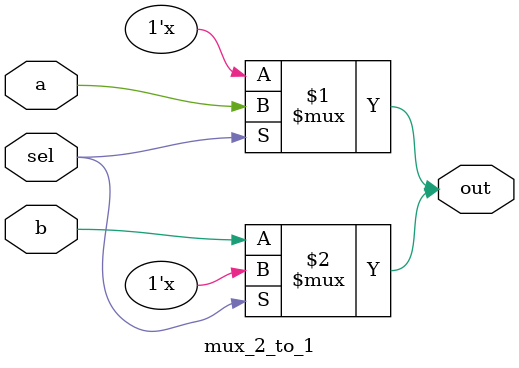
<source format=v>
`timescale 1ns / 1ps
module mux_8_to_1(a,sel,out); 
	input [7:0] a;
	input [2:0] sel;
	output out;
	wire mux[2:0];
	mux_4_to_1 m1 (a[7:4],sel[1:0],mux_1), 	        
			m2 (a[3:0],sel[1:0],mux_2); 
	mux_2_to_1 m3 (mux_1,mux_2,sel[2],out); 
endmodule

module mux_4_to_1 (a,sel,out); 
	input [3:0] a;
	input [1:0] sel;
	output out;
	wire mux[2:0];
	mux_2_to_1 m1 (a[3],a[2],sel[0],mux_1), 
			m2 (a[1],a[2],sel[0],mux_2),
			m3 (mux_1,mux_2,sel[1],out);
endmodule
	
module mux_2_to_1 (a,b,sel,out); 
	input a,b,sel;
	output out;
	tri out;
	bufif1 (out,a,sel);
	bufif0 (out,b,sel);
endmodule
	
</source>
